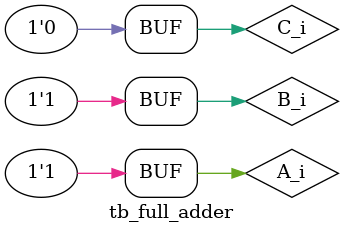
<source format=v>
`include "full_adder.v"
`timescale 1ns/1ns

module tb_full_adder(

);
    reg   A_i;
    reg   B_i;
    reg   C_i;
    wire [1:0] F_o;

    full_adder u_full_adder(
        .A_i (A_i),
        .B_i (B_i),
        .C_i (C_i),
        .F_o (F_o)
    );

    initial begin
        #1
        A_i = 'd1;
        B_i = 'd0;
        C_i = 'd0;

        #1
        A_i = 'd1;
        B_i = 'd0;
        C_i = 'd1;

        #1
        A_i = 'd1;
        B_i = 'd1;
        C_i = 'd0;
        
    end

    initial begin
	    $dumpfile("tb_full_adder.vcd");
	    $dumpvars(0, tb_full_adder);
    end

endmodule
</source>
